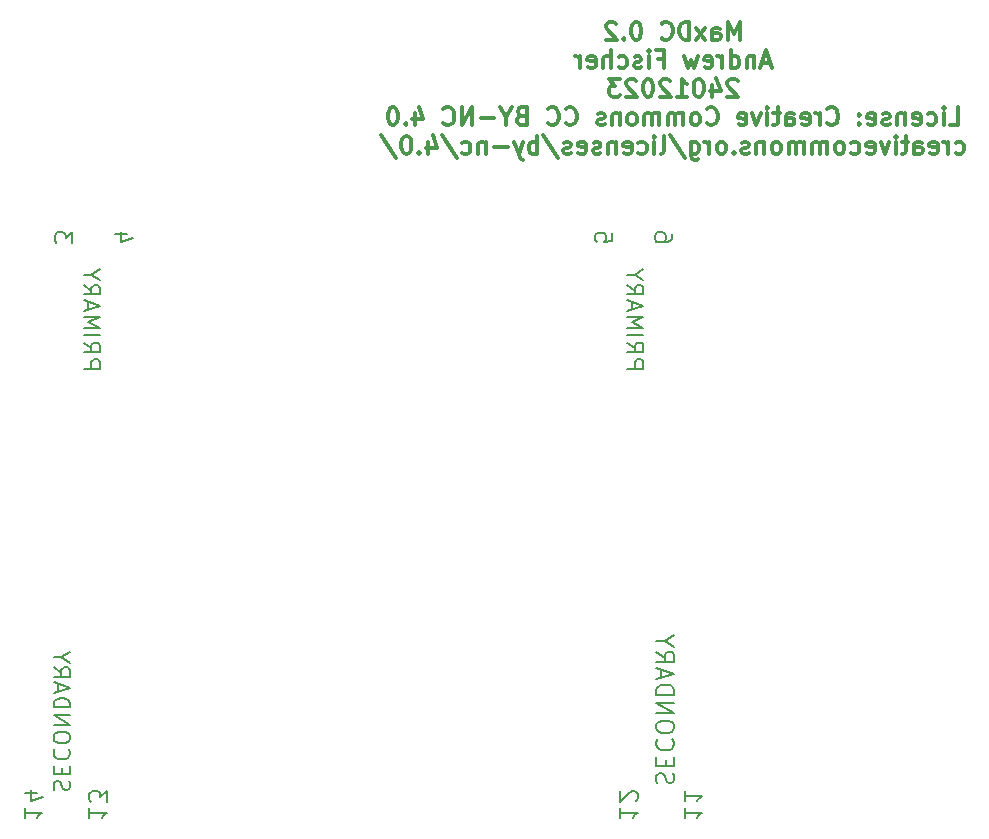
<source format=gbo>
G04 #@! TF.GenerationSoftware,KiCad,Pcbnew,(6.0.10-0)*
G04 #@! TF.CreationDate,2023-01-24T15:26:33+00:00*
G04 #@! TF.ProjectId,MaxDC,4d617844-432e-46b6-9963-61645f706362,rev?*
G04 #@! TF.SameCoordinates,Original*
G04 #@! TF.FileFunction,Legend,Bot*
G04 #@! TF.FilePolarity,Positive*
%FSLAX46Y46*%
G04 Gerber Fmt 4.6, Leading zero omitted, Abs format (unit mm)*
G04 Created by KiCad (PCBNEW (6.0.10-0)) date 2023-01-24 15:26:33*
%MOMM*%
%LPD*%
G01*
G04 APERTURE LIST*
%ADD10C,0.300000*%
%ADD11C,0.200000*%
%ADD12C,2.400000*%
%ADD13R,2.600000X2.600000*%
%ADD14C,2.600000*%
%ADD15R,2.000000X2.000000*%
%ADD16O,2.000000X2.000000*%
%ADD17R,2.500000X2.500000*%
%ADD18C,2.000000*%
%ADD19C,3.200000*%
%ADD20C,5.000000*%
%ADD21C,3.000000*%
%ADD22C,6.400000*%
%ADD23R,3.000000X3.000000*%
G04 APERTURE END LIST*
D10*
X162442857Y-60248571D02*
X162442857Y-58748571D01*
X161942857Y-59820000D01*
X161442857Y-58748571D01*
X161442857Y-60248571D01*
X160085714Y-60248571D02*
X160085714Y-59462857D01*
X160157142Y-59320000D01*
X160300000Y-59248571D01*
X160585714Y-59248571D01*
X160728571Y-59320000D01*
X160085714Y-60177142D02*
X160228571Y-60248571D01*
X160585714Y-60248571D01*
X160728571Y-60177142D01*
X160800000Y-60034285D01*
X160800000Y-59891428D01*
X160728571Y-59748571D01*
X160585714Y-59677142D01*
X160228571Y-59677142D01*
X160085714Y-59605714D01*
X159514285Y-60248571D02*
X158728571Y-59248571D01*
X159514285Y-59248571D02*
X158728571Y-60248571D01*
X158157142Y-60248571D02*
X158157142Y-58748571D01*
X157800000Y-58748571D01*
X157585714Y-58820000D01*
X157442857Y-58962857D01*
X157371428Y-59105714D01*
X157300000Y-59391428D01*
X157300000Y-59605714D01*
X157371428Y-59891428D01*
X157442857Y-60034285D01*
X157585714Y-60177142D01*
X157800000Y-60248571D01*
X158157142Y-60248571D01*
X155800000Y-60105714D02*
X155871428Y-60177142D01*
X156085714Y-60248571D01*
X156228571Y-60248571D01*
X156442857Y-60177142D01*
X156585714Y-60034285D01*
X156657142Y-59891428D01*
X156728571Y-59605714D01*
X156728571Y-59391428D01*
X156657142Y-59105714D01*
X156585714Y-58962857D01*
X156442857Y-58820000D01*
X156228571Y-58748571D01*
X156085714Y-58748571D01*
X155871428Y-58820000D01*
X155800000Y-58891428D01*
X153728571Y-58748571D02*
X153585714Y-58748571D01*
X153442857Y-58820000D01*
X153371428Y-58891428D01*
X153300000Y-59034285D01*
X153228571Y-59320000D01*
X153228571Y-59677142D01*
X153300000Y-59962857D01*
X153371428Y-60105714D01*
X153442857Y-60177142D01*
X153585714Y-60248571D01*
X153728571Y-60248571D01*
X153871428Y-60177142D01*
X153942857Y-60105714D01*
X154014285Y-59962857D01*
X154085714Y-59677142D01*
X154085714Y-59320000D01*
X154014285Y-59034285D01*
X153942857Y-58891428D01*
X153871428Y-58820000D01*
X153728571Y-58748571D01*
X152585714Y-60105714D02*
X152514285Y-60177142D01*
X152585714Y-60248571D01*
X152657142Y-60177142D01*
X152585714Y-60105714D01*
X152585714Y-60248571D01*
X151942857Y-58891428D02*
X151871428Y-58820000D01*
X151728571Y-58748571D01*
X151371428Y-58748571D01*
X151228571Y-58820000D01*
X151157142Y-58891428D01*
X151085714Y-59034285D01*
X151085714Y-59177142D01*
X151157142Y-59391428D01*
X152014285Y-60248571D01*
X151085714Y-60248571D01*
X165014285Y-62235000D02*
X164300000Y-62235000D01*
X165157142Y-62663571D02*
X164657142Y-61163571D01*
X164157142Y-62663571D01*
X163657142Y-61663571D02*
X163657142Y-62663571D01*
X163657142Y-61806428D02*
X163585714Y-61735000D01*
X163442857Y-61663571D01*
X163228571Y-61663571D01*
X163085714Y-61735000D01*
X163014285Y-61877857D01*
X163014285Y-62663571D01*
X161657142Y-62663571D02*
X161657142Y-61163571D01*
X161657142Y-62592142D02*
X161800000Y-62663571D01*
X162085714Y-62663571D01*
X162228571Y-62592142D01*
X162300000Y-62520714D01*
X162371428Y-62377857D01*
X162371428Y-61949285D01*
X162300000Y-61806428D01*
X162228571Y-61735000D01*
X162085714Y-61663571D01*
X161800000Y-61663571D01*
X161657142Y-61735000D01*
X160942857Y-62663571D02*
X160942857Y-61663571D01*
X160942857Y-61949285D02*
X160871428Y-61806428D01*
X160800000Y-61735000D01*
X160657142Y-61663571D01*
X160514285Y-61663571D01*
X159442857Y-62592142D02*
X159585714Y-62663571D01*
X159871428Y-62663571D01*
X160014285Y-62592142D01*
X160085714Y-62449285D01*
X160085714Y-61877857D01*
X160014285Y-61735000D01*
X159871428Y-61663571D01*
X159585714Y-61663571D01*
X159442857Y-61735000D01*
X159371428Y-61877857D01*
X159371428Y-62020714D01*
X160085714Y-62163571D01*
X158871428Y-61663571D02*
X158585714Y-62663571D01*
X158300000Y-61949285D01*
X158014285Y-62663571D01*
X157728571Y-61663571D01*
X155514285Y-61877857D02*
X156014285Y-61877857D01*
X156014285Y-62663571D02*
X156014285Y-61163571D01*
X155300000Y-61163571D01*
X154728571Y-62663571D02*
X154728571Y-61663571D01*
X154728571Y-61163571D02*
X154800000Y-61235000D01*
X154728571Y-61306428D01*
X154657142Y-61235000D01*
X154728571Y-61163571D01*
X154728571Y-61306428D01*
X154085714Y-62592142D02*
X153942857Y-62663571D01*
X153657142Y-62663571D01*
X153514285Y-62592142D01*
X153442857Y-62449285D01*
X153442857Y-62377857D01*
X153514285Y-62235000D01*
X153657142Y-62163571D01*
X153871428Y-62163571D01*
X154014285Y-62092142D01*
X154085714Y-61949285D01*
X154085714Y-61877857D01*
X154014285Y-61735000D01*
X153871428Y-61663571D01*
X153657142Y-61663571D01*
X153514285Y-61735000D01*
X152157142Y-62592142D02*
X152300000Y-62663571D01*
X152585714Y-62663571D01*
X152728571Y-62592142D01*
X152800000Y-62520714D01*
X152871428Y-62377857D01*
X152871428Y-61949285D01*
X152800000Y-61806428D01*
X152728571Y-61735000D01*
X152585714Y-61663571D01*
X152300000Y-61663571D01*
X152157142Y-61735000D01*
X151514285Y-62663571D02*
X151514285Y-61163571D01*
X150871428Y-62663571D02*
X150871428Y-61877857D01*
X150942857Y-61735000D01*
X151085714Y-61663571D01*
X151300000Y-61663571D01*
X151442857Y-61735000D01*
X151514285Y-61806428D01*
X149585714Y-62592142D02*
X149728571Y-62663571D01*
X150014285Y-62663571D01*
X150157142Y-62592142D01*
X150228571Y-62449285D01*
X150228571Y-61877857D01*
X150157142Y-61735000D01*
X150014285Y-61663571D01*
X149728571Y-61663571D01*
X149585714Y-61735000D01*
X149514285Y-61877857D01*
X149514285Y-62020714D01*
X150228571Y-62163571D01*
X148871428Y-62663571D02*
X148871428Y-61663571D01*
X148871428Y-61949285D02*
X148800000Y-61806428D01*
X148728571Y-61735000D01*
X148585714Y-61663571D01*
X148442857Y-61663571D01*
X162228571Y-63721428D02*
X162157142Y-63650000D01*
X162014285Y-63578571D01*
X161657142Y-63578571D01*
X161514285Y-63650000D01*
X161442857Y-63721428D01*
X161371428Y-63864285D01*
X161371428Y-64007142D01*
X161442857Y-64221428D01*
X162300000Y-65078571D01*
X161371428Y-65078571D01*
X160085714Y-64078571D02*
X160085714Y-65078571D01*
X160442857Y-63507142D02*
X160800000Y-64578571D01*
X159871428Y-64578571D01*
X159014285Y-63578571D02*
X158871428Y-63578571D01*
X158728571Y-63650000D01*
X158657142Y-63721428D01*
X158585714Y-63864285D01*
X158514285Y-64150000D01*
X158514285Y-64507142D01*
X158585714Y-64792857D01*
X158657142Y-64935714D01*
X158728571Y-65007142D01*
X158871428Y-65078571D01*
X159014285Y-65078571D01*
X159157142Y-65007142D01*
X159228571Y-64935714D01*
X159300000Y-64792857D01*
X159371428Y-64507142D01*
X159371428Y-64150000D01*
X159300000Y-63864285D01*
X159228571Y-63721428D01*
X159157142Y-63650000D01*
X159014285Y-63578571D01*
X157085714Y-65078571D02*
X157942857Y-65078571D01*
X157514285Y-65078571D02*
X157514285Y-63578571D01*
X157657142Y-63792857D01*
X157800000Y-63935714D01*
X157942857Y-64007142D01*
X156514285Y-63721428D02*
X156442857Y-63650000D01*
X156300000Y-63578571D01*
X155942857Y-63578571D01*
X155800000Y-63650000D01*
X155728571Y-63721428D01*
X155657142Y-63864285D01*
X155657142Y-64007142D01*
X155728571Y-64221428D01*
X156585714Y-65078571D01*
X155657142Y-65078571D01*
X154728571Y-63578571D02*
X154585714Y-63578571D01*
X154442857Y-63650000D01*
X154371428Y-63721428D01*
X154300000Y-63864285D01*
X154228571Y-64150000D01*
X154228571Y-64507142D01*
X154300000Y-64792857D01*
X154371428Y-64935714D01*
X154442857Y-65007142D01*
X154585714Y-65078571D01*
X154728571Y-65078571D01*
X154871428Y-65007142D01*
X154942857Y-64935714D01*
X155014285Y-64792857D01*
X155085714Y-64507142D01*
X155085714Y-64150000D01*
X155014285Y-63864285D01*
X154942857Y-63721428D01*
X154871428Y-63650000D01*
X154728571Y-63578571D01*
X153657142Y-63721428D02*
X153585714Y-63650000D01*
X153442857Y-63578571D01*
X153085714Y-63578571D01*
X152942857Y-63650000D01*
X152871428Y-63721428D01*
X152800000Y-63864285D01*
X152800000Y-64007142D01*
X152871428Y-64221428D01*
X153728571Y-65078571D01*
X152800000Y-65078571D01*
X152300000Y-63578571D02*
X151371428Y-63578571D01*
X151871428Y-64150000D01*
X151657142Y-64150000D01*
X151514285Y-64221428D01*
X151442857Y-64292857D01*
X151371428Y-64435714D01*
X151371428Y-64792857D01*
X151442857Y-64935714D01*
X151514285Y-65007142D01*
X151657142Y-65078571D01*
X152085714Y-65078571D01*
X152228571Y-65007142D01*
X152300000Y-64935714D01*
X180192857Y-67493571D02*
X180907142Y-67493571D01*
X180907142Y-65993571D01*
X179692857Y-67493571D02*
X179692857Y-66493571D01*
X179692857Y-65993571D02*
X179764285Y-66065000D01*
X179692857Y-66136428D01*
X179621428Y-66065000D01*
X179692857Y-65993571D01*
X179692857Y-66136428D01*
X178335714Y-67422142D02*
X178478571Y-67493571D01*
X178764285Y-67493571D01*
X178907142Y-67422142D01*
X178978571Y-67350714D01*
X179050000Y-67207857D01*
X179050000Y-66779285D01*
X178978571Y-66636428D01*
X178907142Y-66565000D01*
X178764285Y-66493571D01*
X178478571Y-66493571D01*
X178335714Y-66565000D01*
X177121428Y-67422142D02*
X177264285Y-67493571D01*
X177550000Y-67493571D01*
X177692857Y-67422142D01*
X177764285Y-67279285D01*
X177764285Y-66707857D01*
X177692857Y-66565000D01*
X177550000Y-66493571D01*
X177264285Y-66493571D01*
X177121428Y-66565000D01*
X177050000Y-66707857D01*
X177050000Y-66850714D01*
X177764285Y-66993571D01*
X176407142Y-66493571D02*
X176407142Y-67493571D01*
X176407142Y-66636428D02*
X176335714Y-66565000D01*
X176192857Y-66493571D01*
X175978571Y-66493571D01*
X175835714Y-66565000D01*
X175764285Y-66707857D01*
X175764285Y-67493571D01*
X175121428Y-67422142D02*
X174978571Y-67493571D01*
X174692857Y-67493571D01*
X174550000Y-67422142D01*
X174478571Y-67279285D01*
X174478571Y-67207857D01*
X174550000Y-67065000D01*
X174692857Y-66993571D01*
X174907142Y-66993571D01*
X175050000Y-66922142D01*
X175121428Y-66779285D01*
X175121428Y-66707857D01*
X175050000Y-66565000D01*
X174907142Y-66493571D01*
X174692857Y-66493571D01*
X174550000Y-66565000D01*
X173264285Y-67422142D02*
X173407142Y-67493571D01*
X173692857Y-67493571D01*
X173835714Y-67422142D01*
X173907142Y-67279285D01*
X173907142Y-66707857D01*
X173835714Y-66565000D01*
X173692857Y-66493571D01*
X173407142Y-66493571D01*
X173264285Y-66565000D01*
X173192857Y-66707857D01*
X173192857Y-66850714D01*
X173907142Y-66993571D01*
X172550000Y-67350714D02*
X172478571Y-67422142D01*
X172550000Y-67493571D01*
X172621428Y-67422142D01*
X172550000Y-67350714D01*
X172550000Y-67493571D01*
X172550000Y-66565000D02*
X172478571Y-66636428D01*
X172550000Y-66707857D01*
X172621428Y-66636428D01*
X172550000Y-66565000D01*
X172550000Y-66707857D01*
X169835714Y-67350714D02*
X169907142Y-67422142D01*
X170121428Y-67493571D01*
X170264285Y-67493571D01*
X170478571Y-67422142D01*
X170621428Y-67279285D01*
X170692857Y-67136428D01*
X170764285Y-66850714D01*
X170764285Y-66636428D01*
X170692857Y-66350714D01*
X170621428Y-66207857D01*
X170478571Y-66065000D01*
X170264285Y-65993571D01*
X170121428Y-65993571D01*
X169907142Y-66065000D01*
X169835714Y-66136428D01*
X169192857Y-67493571D02*
X169192857Y-66493571D01*
X169192857Y-66779285D02*
X169121428Y-66636428D01*
X169050000Y-66565000D01*
X168907142Y-66493571D01*
X168764285Y-66493571D01*
X167692857Y-67422142D02*
X167835714Y-67493571D01*
X168121428Y-67493571D01*
X168264285Y-67422142D01*
X168335714Y-67279285D01*
X168335714Y-66707857D01*
X168264285Y-66565000D01*
X168121428Y-66493571D01*
X167835714Y-66493571D01*
X167692857Y-66565000D01*
X167621428Y-66707857D01*
X167621428Y-66850714D01*
X168335714Y-66993571D01*
X166335714Y-67493571D02*
X166335714Y-66707857D01*
X166407142Y-66565000D01*
X166550000Y-66493571D01*
X166835714Y-66493571D01*
X166978571Y-66565000D01*
X166335714Y-67422142D02*
X166478571Y-67493571D01*
X166835714Y-67493571D01*
X166978571Y-67422142D01*
X167050000Y-67279285D01*
X167050000Y-67136428D01*
X166978571Y-66993571D01*
X166835714Y-66922142D01*
X166478571Y-66922142D01*
X166335714Y-66850714D01*
X165835714Y-66493571D02*
X165264285Y-66493571D01*
X165621428Y-65993571D02*
X165621428Y-67279285D01*
X165550000Y-67422142D01*
X165407142Y-67493571D01*
X165264285Y-67493571D01*
X164764285Y-67493571D02*
X164764285Y-66493571D01*
X164764285Y-65993571D02*
X164835714Y-66065000D01*
X164764285Y-66136428D01*
X164692857Y-66065000D01*
X164764285Y-65993571D01*
X164764285Y-66136428D01*
X164192857Y-66493571D02*
X163835714Y-67493571D01*
X163478571Y-66493571D01*
X162335714Y-67422142D02*
X162478571Y-67493571D01*
X162764285Y-67493571D01*
X162907142Y-67422142D01*
X162978571Y-67279285D01*
X162978571Y-66707857D01*
X162907142Y-66565000D01*
X162764285Y-66493571D01*
X162478571Y-66493571D01*
X162335714Y-66565000D01*
X162264285Y-66707857D01*
X162264285Y-66850714D01*
X162978571Y-66993571D01*
X159621428Y-67350714D02*
X159692857Y-67422142D01*
X159907142Y-67493571D01*
X160050000Y-67493571D01*
X160264285Y-67422142D01*
X160407142Y-67279285D01*
X160478571Y-67136428D01*
X160550000Y-66850714D01*
X160550000Y-66636428D01*
X160478571Y-66350714D01*
X160407142Y-66207857D01*
X160264285Y-66065000D01*
X160050000Y-65993571D01*
X159907142Y-65993571D01*
X159692857Y-66065000D01*
X159621428Y-66136428D01*
X158764285Y-67493571D02*
X158907142Y-67422142D01*
X158978571Y-67350714D01*
X159050000Y-67207857D01*
X159050000Y-66779285D01*
X158978571Y-66636428D01*
X158907142Y-66565000D01*
X158764285Y-66493571D01*
X158550000Y-66493571D01*
X158407142Y-66565000D01*
X158335714Y-66636428D01*
X158264285Y-66779285D01*
X158264285Y-67207857D01*
X158335714Y-67350714D01*
X158407142Y-67422142D01*
X158550000Y-67493571D01*
X158764285Y-67493571D01*
X157621428Y-67493571D02*
X157621428Y-66493571D01*
X157621428Y-66636428D02*
X157550000Y-66565000D01*
X157407142Y-66493571D01*
X157192857Y-66493571D01*
X157050000Y-66565000D01*
X156978571Y-66707857D01*
X156978571Y-67493571D01*
X156978571Y-66707857D02*
X156907142Y-66565000D01*
X156764285Y-66493571D01*
X156550000Y-66493571D01*
X156407142Y-66565000D01*
X156335714Y-66707857D01*
X156335714Y-67493571D01*
X155621428Y-67493571D02*
X155621428Y-66493571D01*
X155621428Y-66636428D02*
X155550000Y-66565000D01*
X155407142Y-66493571D01*
X155192857Y-66493571D01*
X155050000Y-66565000D01*
X154978571Y-66707857D01*
X154978571Y-67493571D01*
X154978571Y-66707857D02*
X154907142Y-66565000D01*
X154764285Y-66493571D01*
X154550000Y-66493571D01*
X154407142Y-66565000D01*
X154335714Y-66707857D01*
X154335714Y-67493571D01*
X153407142Y-67493571D02*
X153550000Y-67422142D01*
X153621428Y-67350714D01*
X153692857Y-67207857D01*
X153692857Y-66779285D01*
X153621428Y-66636428D01*
X153550000Y-66565000D01*
X153407142Y-66493571D01*
X153192857Y-66493571D01*
X153050000Y-66565000D01*
X152978571Y-66636428D01*
X152907142Y-66779285D01*
X152907142Y-67207857D01*
X152978571Y-67350714D01*
X153050000Y-67422142D01*
X153192857Y-67493571D01*
X153407142Y-67493571D01*
X152264285Y-66493571D02*
X152264285Y-67493571D01*
X152264285Y-66636428D02*
X152192857Y-66565000D01*
X152050000Y-66493571D01*
X151835714Y-66493571D01*
X151692857Y-66565000D01*
X151621428Y-66707857D01*
X151621428Y-67493571D01*
X150978571Y-67422142D02*
X150835714Y-67493571D01*
X150550000Y-67493571D01*
X150407142Y-67422142D01*
X150335714Y-67279285D01*
X150335714Y-67207857D01*
X150407142Y-67065000D01*
X150550000Y-66993571D01*
X150764285Y-66993571D01*
X150907142Y-66922142D01*
X150978571Y-66779285D01*
X150978571Y-66707857D01*
X150907142Y-66565000D01*
X150764285Y-66493571D01*
X150550000Y-66493571D01*
X150407142Y-66565000D01*
X147692857Y-67350714D02*
X147764285Y-67422142D01*
X147978571Y-67493571D01*
X148121428Y-67493571D01*
X148335714Y-67422142D01*
X148478571Y-67279285D01*
X148550000Y-67136428D01*
X148621428Y-66850714D01*
X148621428Y-66636428D01*
X148550000Y-66350714D01*
X148478571Y-66207857D01*
X148335714Y-66065000D01*
X148121428Y-65993571D01*
X147978571Y-65993571D01*
X147764285Y-66065000D01*
X147692857Y-66136428D01*
X146192857Y-67350714D02*
X146264285Y-67422142D01*
X146478571Y-67493571D01*
X146621428Y-67493571D01*
X146835714Y-67422142D01*
X146978571Y-67279285D01*
X147050000Y-67136428D01*
X147121428Y-66850714D01*
X147121428Y-66636428D01*
X147050000Y-66350714D01*
X146978571Y-66207857D01*
X146835714Y-66065000D01*
X146621428Y-65993571D01*
X146478571Y-65993571D01*
X146264285Y-66065000D01*
X146192857Y-66136428D01*
X143907142Y-66707857D02*
X143692857Y-66779285D01*
X143621428Y-66850714D01*
X143550000Y-66993571D01*
X143550000Y-67207857D01*
X143621428Y-67350714D01*
X143692857Y-67422142D01*
X143835714Y-67493571D01*
X144407142Y-67493571D01*
X144407142Y-65993571D01*
X143907142Y-65993571D01*
X143764285Y-66065000D01*
X143692857Y-66136428D01*
X143621428Y-66279285D01*
X143621428Y-66422142D01*
X143692857Y-66565000D01*
X143764285Y-66636428D01*
X143907142Y-66707857D01*
X144407142Y-66707857D01*
X142621428Y-66779285D02*
X142621428Y-67493571D01*
X143121428Y-65993571D02*
X142621428Y-66779285D01*
X142121428Y-65993571D01*
X141621428Y-66922142D02*
X140478571Y-66922142D01*
X139764285Y-67493571D02*
X139764285Y-65993571D01*
X138907142Y-67493571D01*
X138907142Y-65993571D01*
X137335714Y-67350714D02*
X137407142Y-67422142D01*
X137621428Y-67493571D01*
X137764285Y-67493571D01*
X137978571Y-67422142D01*
X138121428Y-67279285D01*
X138192857Y-67136428D01*
X138264285Y-66850714D01*
X138264285Y-66636428D01*
X138192857Y-66350714D01*
X138121428Y-66207857D01*
X137978571Y-66065000D01*
X137764285Y-65993571D01*
X137621428Y-65993571D01*
X137407142Y-66065000D01*
X137335714Y-66136428D01*
X134907142Y-66493571D02*
X134907142Y-67493571D01*
X135264285Y-65922142D02*
X135621428Y-66993571D01*
X134692857Y-66993571D01*
X134121428Y-67350714D02*
X134050000Y-67422142D01*
X134121428Y-67493571D01*
X134192857Y-67422142D01*
X134121428Y-67350714D01*
X134121428Y-67493571D01*
X133121428Y-65993571D02*
X132978571Y-65993571D01*
X132835714Y-66065000D01*
X132764285Y-66136428D01*
X132692857Y-66279285D01*
X132621428Y-66565000D01*
X132621428Y-66922142D01*
X132692857Y-67207857D01*
X132764285Y-67350714D01*
X132835714Y-67422142D01*
X132978571Y-67493571D01*
X133121428Y-67493571D01*
X133264285Y-67422142D01*
X133335714Y-67350714D01*
X133407142Y-67207857D01*
X133478571Y-66922142D01*
X133478571Y-66565000D01*
X133407142Y-66279285D01*
X133335714Y-66136428D01*
X133264285Y-66065000D01*
X133121428Y-65993571D01*
X180692857Y-69837142D02*
X180835714Y-69908571D01*
X181121428Y-69908571D01*
X181264285Y-69837142D01*
X181335714Y-69765714D01*
X181407142Y-69622857D01*
X181407142Y-69194285D01*
X181335714Y-69051428D01*
X181264285Y-68980000D01*
X181121428Y-68908571D01*
X180835714Y-68908571D01*
X180692857Y-68980000D01*
X180050000Y-69908571D02*
X180050000Y-68908571D01*
X180050000Y-69194285D02*
X179978571Y-69051428D01*
X179907142Y-68980000D01*
X179764285Y-68908571D01*
X179621428Y-68908571D01*
X178550000Y-69837142D02*
X178692857Y-69908571D01*
X178978571Y-69908571D01*
X179121428Y-69837142D01*
X179192857Y-69694285D01*
X179192857Y-69122857D01*
X179121428Y-68980000D01*
X178978571Y-68908571D01*
X178692857Y-68908571D01*
X178550000Y-68980000D01*
X178478571Y-69122857D01*
X178478571Y-69265714D01*
X179192857Y-69408571D01*
X177192857Y-69908571D02*
X177192857Y-69122857D01*
X177264285Y-68980000D01*
X177407142Y-68908571D01*
X177692857Y-68908571D01*
X177835714Y-68980000D01*
X177192857Y-69837142D02*
X177335714Y-69908571D01*
X177692857Y-69908571D01*
X177835714Y-69837142D01*
X177907142Y-69694285D01*
X177907142Y-69551428D01*
X177835714Y-69408571D01*
X177692857Y-69337142D01*
X177335714Y-69337142D01*
X177192857Y-69265714D01*
X176692857Y-68908571D02*
X176121428Y-68908571D01*
X176478571Y-68408571D02*
X176478571Y-69694285D01*
X176407142Y-69837142D01*
X176264285Y-69908571D01*
X176121428Y-69908571D01*
X175621428Y-69908571D02*
X175621428Y-68908571D01*
X175621428Y-68408571D02*
X175692857Y-68480000D01*
X175621428Y-68551428D01*
X175550000Y-68480000D01*
X175621428Y-68408571D01*
X175621428Y-68551428D01*
X175050000Y-68908571D02*
X174692857Y-69908571D01*
X174335714Y-68908571D01*
X173192857Y-69837142D02*
X173335714Y-69908571D01*
X173621428Y-69908571D01*
X173764285Y-69837142D01*
X173835714Y-69694285D01*
X173835714Y-69122857D01*
X173764285Y-68980000D01*
X173621428Y-68908571D01*
X173335714Y-68908571D01*
X173192857Y-68980000D01*
X173121428Y-69122857D01*
X173121428Y-69265714D01*
X173835714Y-69408571D01*
X171835714Y-69837142D02*
X171978571Y-69908571D01*
X172264285Y-69908571D01*
X172407142Y-69837142D01*
X172478571Y-69765714D01*
X172550000Y-69622857D01*
X172550000Y-69194285D01*
X172478571Y-69051428D01*
X172407142Y-68980000D01*
X172264285Y-68908571D01*
X171978571Y-68908571D01*
X171835714Y-68980000D01*
X170978571Y-69908571D02*
X171121428Y-69837142D01*
X171192857Y-69765714D01*
X171264285Y-69622857D01*
X171264285Y-69194285D01*
X171192857Y-69051428D01*
X171121428Y-68980000D01*
X170978571Y-68908571D01*
X170764285Y-68908571D01*
X170621428Y-68980000D01*
X170550000Y-69051428D01*
X170478571Y-69194285D01*
X170478571Y-69622857D01*
X170550000Y-69765714D01*
X170621428Y-69837142D01*
X170764285Y-69908571D01*
X170978571Y-69908571D01*
X169835714Y-69908571D02*
X169835714Y-68908571D01*
X169835714Y-69051428D02*
X169764285Y-68980000D01*
X169621428Y-68908571D01*
X169407142Y-68908571D01*
X169264285Y-68980000D01*
X169192857Y-69122857D01*
X169192857Y-69908571D01*
X169192857Y-69122857D02*
X169121428Y-68980000D01*
X168978571Y-68908571D01*
X168764285Y-68908571D01*
X168621428Y-68980000D01*
X168550000Y-69122857D01*
X168550000Y-69908571D01*
X167835714Y-69908571D02*
X167835714Y-68908571D01*
X167835714Y-69051428D02*
X167764285Y-68980000D01*
X167621428Y-68908571D01*
X167407142Y-68908571D01*
X167264285Y-68980000D01*
X167192857Y-69122857D01*
X167192857Y-69908571D01*
X167192857Y-69122857D02*
X167121428Y-68980000D01*
X166978571Y-68908571D01*
X166764285Y-68908571D01*
X166621428Y-68980000D01*
X166550000Y-69122857D01*
X166550000Y-69908571D01*
X165621428Y-69908571D02*
X165764285Y-69837142D01*
X165835714Y-69765714D01*
X165907142Y-69622857D01*
X165907142Y-69194285D01*
X165835714Y-69051428D01*
X165764285Y-68980000D01*
X165621428Y-68908571D01*
X165407142Y-68908571D01*
X165264285Y-68980000D01*
X165192857Y-69051428D01*
X165121428Y-69194285D01*
X165121428Y-69622857D01*
X165192857Y-69765714D01*
X165264285Y-69837142D01*
X165407142Y-69908571D01*
X165621428Y-69908571D01*
X164478571Y-68908571D02*
X164478571Y-69908571D01*
X164478571Y-69051428D02*
X164407142Y-68980000D01*
X164264285Y-68908571D01*
X164050000Y-68908571D01*
X163907142Y-68980000D01*
X163835714Y-69122857D01*
X163835714Y-69908571D01*
X163192857Y-69837142D02*
X163050000Y-69908571D01*
X162764285Y-69908571D01*
X162621428Y-69837142D01*
X162550000Y-69694285D01*
X162550000Y-69622857D01*
X162621428Y-69480000D01*
X162764285Y-69408571D01*
X162978571Y-69408571D01*
X163121428Y-69337142D01*
X163192857Y-69194285D01*
X163192857Y-69122857D01*
X163121428Y-68980000D01*
X162978571Y-68908571D01*
X162764285Y-68908571D01*
X162621428Y-68980000D01*
X161907142Y-69765714D02*
X161835714Y-69837142D01*
X161907142Y-69908571D01*
X161978571Y-69837142D01*
X161907142Y-69765714D01*
X161907142Y-69908571D01*
X160978571Y-69908571D02*
X161121428Y-69837142D01*
X161192857Y-69765714D01*
X161264285Y-69622857D01*
X161264285Y-69194285D01*
X161192857Y-69051428D01*
X161121428Y-68980000D01*
X160978571Y-68908571D01*
X160764285Y-68908571D01*
X160621428Y-68980000D01*
X160550000Y-69051428D01*
X160478571Y-69194285D01*
X160478571Y-69622857D01*
X160550000Y-69765714D01*
X160621428Y-69837142D01*
X160764285Y-69908571D01*
X160978571Y-69908571D01*
X159835714Y-69908571D02*
X159835714Y-68908571D01*
X159835714Y-69194285D02*
X159764285Y-69051428D01*
X159692857Y-68980000D01*
X159550000Y-68908571D01*
X159407142Y-68908571D01*
X158264285Y-68908571D02*
X158264285Y-70122857D01*
X158335714Y-70265714D01*
X158407142Y-70337142D01*
X158550000Y-70408571D01*
X158764285Y-70408571D01*
X158907142Y-70337142D01*
X158264285Y-69837142D02*
X158407142Y-69908571D01*
X158692857Y-69908571D01*
X158835714Y-69837142D01*
X158907142Y-69765714D01*
X158978571Y-69622857D01*
X158978571Y-69194285D01*
X158907142Y-69051428D01*
X158835714Y-68980000D01*
X158692857Y-68908571D01*
X158407142Y-68908571D01*
X158264285Y-68980000D01*
X156478571Y-68337142D02*
X157764285Y-70265714D01*
X155764285Y-69908571D02*
X155907142Y-69837142D01*
X155978571Y-69694285D01*
X155978571Y-68408571D01*
X155192857Y-69908571D02*
X155192857Y-68908571D01*
X155192857Y-68408571D02*
X155264285Y-68480000D01*
X155192857Y-68551428D01*
X155121428Y-68480000D01*
X155192857Y-68408571D01*
X155192857Y-68551428D01*
X153835714Y-69837142D02*
X153978571Y-69908571D01*
X154264285Y-69908571D01*
X154407142Y-69837142D01*
X154478571Y-69765714D01*
X154550000Y-69622857D01*
X154550000Y-69194285D01*
X154478571Y-69051428D01*
X154407142Y-68980000D01*
X154264285Y-68908571D01*
X153978571Y-68908571D01*
X153835714Y-68980000D01*
X152621428Y-69837142D02*
X152764285Y-69908571D01*
X153050000Y-69908571D01*
X153192857Y-69837142D01*
X153264285Y-69694285D01*
X153264285Y-69122857D01*
X153192857Y-68980000D01*
X153050000Y-68908571D01*
X152764285Y-68908571D01*
X152621428Y-68980000D01*
X152550000Y-69122857D01*
X152550000Y-69265714D01*
X153264285Y-69408571D01*
X151907142Y-68908571D02*
X151907142Y-69908571D01*
X151907142Y-69051428D02*
X151835714Y-68980000D01*
X151692857Y-68908571D01*
X151478571Y-68908571D01*
X151335714Y-68980000D01*
X151264285Y-69122857D01*
X151264285Y-69908571D01*
X150621428Y-69837142D02*
X150478571Y-69908571D01*
X150192857Y-69908571D01*
X150050000Y-69837142D01*
X149978571Y-69694285D01*
X149978571Y-69622857D01*
X150050000Y-69480000D01*
X150192857Y-69408571D01*
X150407142Y-69408571D01*
X150550000Y-69337142D01*
X150621428Y-69194285D01*
X150621428Y-69122857D01*
X150550000Y-68980000D01*
X150407142Y-68908571D01*
X150192857Y-68908571D01*
X150050000Y-68980000D01*
X148764285Y-69837142D02*
X148907142Y-69908571D01*
X149192857Y-69908571D01*
X149335714Y-69837142D01*
X149407142Y-69694285D01*
X149407142Y-69122857D01*
X149335714Y-68980000D01*
X149192857Y-68908571D01*
X148907142Y-68908571D01*
X148764285Y-68980000D01*
X148692857Y-69122857D01*
X148692857Y-69265714D01*
X149407142Y-69408571D01*
X148121428Y-69837142D02*
X147978571Y-69908571D01*
X147692857Y-69908571D01*
X147550000Y-69837142D01*
X147478571Y-69694285D01*
X147478571Y-69622857D01*
X147550000Y-69480000D01*
X147692857Y-69408571D01*
X147907142Y-69408571D01*
X148050000Y-69337142D01*
X148121428Y-69194285D01*
X148121428Y-69122857D01*
X148050000Y-68980000D01*
X147907142Y-68908571D01*
X147692857Y-68908571D01*
X147550000Y-68980000D01*
X145764285Y-68337142D02*
X147050000Y-70265714D01*
X145264285Y-69908571D02*
X145264285Y-68408571D01*
X145264285Y-68980000D02*
X145121428Y-68908571D01*
X144835714Y-68908571D01*
X144692857Y-68980000D01*
X144621428Y-69051428D01*
X144550000Y-69194285D01*
X144550000Y-69622857D01*
X144621428Y-69765714D01*
X144692857Y-69837142D01*
X144835714Y-69908571D01*
X145121428Y-69908571D01*
X145264285Y-69837142D01*
X144050000Y-68908571D02*
X143692857Y-69908571D01*
X143335714Y-68908571D02*
X143692857Y-69908571D01*
X143835714Y-70265714D01*
X143907142Y-70337142D01*
X144050000Y-70408571D01*
X142764285Y-69337142D02*
X141621428Y-69337142D01*
X140907142Y-68908571D02*
X140907142Y-69908571D01*
X140907142Y-69051428D02*
X140835714Y-68980000D01*
X140692857Y-68908571D01*
X140478571Y-68908571D01*
X140335714Y-68980000D01*
X140264285Y-69122857D01*
X140264285Y-69908571D01*
X138907142Y-69837142D02*
X139050000Y-69908571D01*
X139335714Y-69908571D01*
X139478571Y-69837142D01*
X139550000Y-69765714D01*
X139621428Y-69622857D01*
X139621428Y-69194285D01*
X139550000Y-69051428D01*
X139478571Y-68980000D01*
X139335714Y-68908571D01*
X139050000Y-68908571D01*
X138907142Y-68980000D01*
X137192857Y-68337142D02*
X138478571Y-70265714D01*
X136050000Y-68908571D02*
X136050000Y-69908571D01*
X136407142Y-68337142D02*
X136764285Y-69408571D01*
X135835714Y-69408571D01*
X135264285Y-69765714D02*
X135192857Y-69837142D01*
X135264285Y-69908571D01*
X135335714Y-69837142D01*
X135264285Y-69765714D01*
X135264285Y-69908571D01*
X134264285Y-68408571D02*
X134121428Y-68408571D01*
X133978571Y-68480000D01*
X133907142Y-68551428D01*
X133835714Y-68694285D01*
X133764285Y-68980000D01*
X133764285Y-69337142D01*
X133835714Y-69622857D01*
X133907142Y-69765714D01*
X133978571Y-69837142D01*
X134121428Y-69908571D01*
X134264285Y-69908571D01*
X134407142Y-69837142D01*
X134478571Y-69765714D01*
X134550000Y-69622857D01*
X134621428Y-69337142D01*
X134621428Y-68980000D01*
X134550000Y-68694285D01*
X134478571Y-68551428D01*
X134407142Y-68480000D01*
X134264285Y-68408571D01*
X132050000Y-68337142D02*
X133335714Y-70265714D01*
D11*
X106866666Y-88100000D02*
X108266666Y-88100000D01*
X108266666Y-87566666D01*
X108200000Y-87433333D01*
X108133333Y-87366666D01*
X108000000Y-87300000D01*
X107800000Y-87300000D01*
X107666666Y-87366666D01*
X107600000Y-87433333D01*
X107533333Y-87566666D01*
X107533333Y-88100000D01*
X106866666Y-85900000D02*
X107533333Y-86366666D01*
X106866666Y-86700000D02*
X108266666Y-86700000D01*
X108266666Y-86166666D01*
X108200000Y-86033333D01*
X108133333Y-85966666D01*
X108000000Y-85900000D01*
X107800000Y-85900000D01*
X107666666Y-85966666D01*
X107600000Y-86033333D01*
X107533333Y-86166666D01*
X107533333Y-86700000D01*
X106866666Y-85300000D02*
X108266666Y-85300000D01*
X106866666Y-84633333D02*
X108266666Y-84633333D01*
X107266666Y-84166666D01*
X108266666Y-83700000D01*
X106866666Y-83700000D01*
X107266666Y-83100000D02*
X107266666Y-82433333D01*
X106866666Y-83233333D02*
X108266666Y-82766666D01*
X106866666Y-82300000D01*
X106866666Y-81033333D02*
X107533333Y-81500000D01*
X106866666Y-81833333D02*
X108266666Y-81833333D01*
X108266666Y-81300000D01*
X108200000Y-81166666D01*
X108133333Y-81100000D01*
X108000000Y-81033333D01*
X107800000Y-81033333D01*
X107666666Y-81100000D01*
X107600000Y-81166666D01*
X107533333Y-81300000D01*
X107533333Y-81833333D01*
X107533333Y-80166666D02*
X106866666Y-80166666D01*
X108266666Y-80633333D02*
X107533333Y-80166666D01*
X108266666Y-79700000D01*
X152281428Y-125285714D02*
X152281428Y-126142857D01*
X152281428Y-125714285D02*
X153781428Y-125714285D01*
X153567142Y-125857142D01*
X153424285Y-126000000D01*
X153352857Y-126142857D01*
X153638571Y-124714285D02*
X153710000Y-124642857D01*
X153781428Y-124500000D01*
X153781428Y-124142857D01*
X153710000Y-124000000D01*
X153638571Y-123928571D01*
X153495714Y-123857142D01*
X153352857Y-123857142D01*
X153138571Y-123928571D01*
X152281428Y-124785714D01*
X152281428Y-123857142D01*
X104393333Y-123800000D02*
X104326666Y-123600000D01*
X104326666Y-123266666D01*
X104393333Y-123133333D01*
X104460000Y-123066666D01*
X104593333Y-123000000D01*
X104726666Y-123000000D01*
X104860000Y-123066666D01*
X104926666Y-123133333D01*
X104993333Y-123266666D01*
X105060000Y-123533333D01*
X105126666Y-123666666D01*
X105193333Y-123733333D01*
X105326666Y-123800000D01*
X105460000Y-123800000D01*
X105593333Y-123733333D01*
X105660000Y-123666666D01*
X105726666Y-123533333D01*
X105726666Y-123200000D01*
X105660000Y-123000000D01*
X105060000Y-122400000D02*
X105060000Y-121933333D01*
X104326666Y-121733333D02*
X104326666Y-122400000D01*
X105726666Y-122400000D01*
X105726666Y-121733333D01*
X104460000Y-120333333D02*
X104393333Y-120400000D01*
X104326666Y-120600000D01*
X104326666Y-120733333D01*
X104393333Y-120933333D01*
X104526666Y-121066666D01*
X104660000Y-121133333D01*
X104926666Y-121200000D01*
X105126666Y-121200000D01*
X105393333Y-121133333D01*
X105526666Y-121066666D01*
X105660000Y-120933333D01*
X105726666Y-120733333D01*
X105726666Y-120600000D01*
X105660000Y-120400000D01*
X105593333Y-120333333D01*
X105726666Y-119466666D02*
X105726666Y-119200000D01*
X105660000Y-119066666D01*
X105526666Y-118933333D01*
X105260000Y-118866666D01*
X104793333Y-118866666D01*
X104526666Y-118933333D01*
X104393333Y-119066666D01*
X104326666Y-119200000D01*
X104326666Y-119466666D01*
X104393333Y-119600000D01*
X104526666Y-119733333D01*
X104793333Y-119800000D01*
X105260000Y-119800000D01*
X105526666Y-119733333D01*
X105660000Y-119600000D01*
X105726666Y-119466666D01*
X104326666Y-118266666D02*
X105726666Y-118266666D01*
X104326666Y-117466666D01*
X105726666Y-117466666D01*
X104326666Y-116800000D02*
X105726666Y-116800000D01*
X105726666Y-116466666D01*
X105660000Y-116266666D01*
X105526666Y-116133333D01*
X105393333Y-116066666D01*
X105126666Y-116000000D01*
X104926666Y-116000000D01*
X104660000Y-116066666D01*
X104526666Y-116133333D01*
X104393333Y-116266666D01*
X104326666Y-116466666D01*
X104326666Y-116800000D01*
X104726666Y-115466666D02*
X104726666Y-114800000D01*
X104326666Y-115600000D02*
X105726666Y-115133333D01*
X104326666Y-114666666D01*
X104326666Y-113400000D02*
X104993333Y-113866666D01*
X104326666Y-114200000D02*
X105726666Y-114200000D01*
X105726666Y-113666666D01*
X105660000Y-113533333D01*
X105593333Y-113466666D01*
X105460000Y-113400000D01*
X105260000Y-113400000D01*
X105126666Y-113466666D01*
X105060000Y-113533333D01*
X104993333Y-113666666D01*
X104993333Y-114200000D01*
X104993333Y-112533333D02*
X104326666Y-112533333D01*
X105726666Y-113000000D02*
X104993333Y-112533333D01*
X105726666Y-112066666D01*
X110501428Y-76714285D02*
X109501428Y-76714285D01*
X111072857Y-77071428D02*
X110001428Y-77428571D01*
X110001428Y-76500000D01*
X157761428Y-125285714D02*
X157761428Y-126142857D01*
X157761428Y-125714285D02*
X159261428Y-125714285D01*
X159047142Y-125857142D01*
X158904285Y-126000000D01*
X158832857Y-126142857D01*
X157761428Y-123857142D02*
X157761428Y-124714285D01*
X157761428Y-124285714D02*
X159261428Y-124285714D01*
X159047142Y-124428571D01*
X158904285Y-124571428D01*
X158832857Y-124714285D01*
X155432857Y-123214285D02*
X155361428Y-123000000D01*
X155361428Y-122642857D01*
X155432857Y-122500000D01*
X155504285Y-122428571D01*
X155647142Y-122357142D01*
X155790000Y-122357142D01*
X155932857Y-122428571D01*
X156004285Y-122500000D01*
X156075714Y-122642857D01*
X156147142Y-122928571D01*
X156218571Y-123071428D01*
X156290000Y-123142857D01*
X156432857Y-123214285D01*
X156575714Y-123214285D01*
X156718571Y-123142857D01*
X156790000Y-123071428D01*
X156861428Y-122928571D01*
X156861428Y-122571428D01*
X156790000Y-122357142D01*
X156147142Y-121714285D02*
X156147142Y-121214285D01*
X155361428Y-121000000D02*
X155361428Y-121714285D01*
X156861428Y-121714285D01*
X156861428Y-121000000D01*
X155504285Y-119500000D02*
X155432857Y-119571428D01*
X155361428Y-119785714D01*
X155361428Y-119928571D01*
X155432857Y-120142857D01*
X155575714Y-120285714D01*
X155718571Y-120357142D01*
X156004285Y-120428571D01*
X156218571Y-120428571D01*
X156504285Y-120357142D01*
X156647142Y-120285714D01*
X156790000Y-120142857D01*
X156861428Y-119928571D01*
X156861428Y-119785714D01*
X156790000Y-119571428D01*
X156718571Y-119500000D01*
X156861428Y-118571428D02*
X156861428Y-118285714D01*
X156790000Y-118142857D01*
X156647142Y-118000000D01*
X156361428Y-117928571D01*
X155861428Y-117928571D01*
X155575714Y-118000000D01*
X155432857Y-118142857D01*
X155361428Y-118285714D01*
X155361428Y-118571428D01*
X155432857Y-118714285D01*
X155575714Y-118857142D01*
X155861428Y-118928571D01*
X156361428Y-118928571D01*
X156647142Y-118857142D01*
X156790000Y-118714285D01*
X156861428Y-118571428D01*
X155361428Y-117285714D02*
X156861428Y-117285714D01*
X155361428Y-116428571D01*
X156861428Y-116428571D01*
X155361428Y-115714285D02*
X156861428Y-115714285D01*
X156861428Y-115357142D01*
X156790000Y-115142857D01*
X156647142Y-115000000D01*
X156504285Y-114928571D01*
X156218571Y-114857142D01*
X156004285Y-114857142D01*
X155718571Y-114928571D01*
X155575714Y-115000000D01*
X155432857Y-115142857D01*
X155361428Y-115357142D01*
X155361428Y-115714285D01*
X155790000Y-114285714D02*
X155790000Y-113571428D01*
X155361428Y-114428571D02*
X156861428Y-113928571D01*
X155361428Y-113428571D01*
X155361428Y-112071428D02*
X156075714Y-112571428D01*
X155361428Y-112928571D02*
X156861428Y-112928571D01*
X156861428Y-112357142D01*
X156790000Y-112214285D01*
X156718571Y-112142857D01*
X156575714Y-112071428D01*
X156361428Y-112071428D01*
X156218571Y-112142857D01*
X156147142Y-112214285D01*
X156075714Y-112357142D01*
X156075714Y-112928571D01*
X156075714Y-111142857D02*
X155361428Y-111142857D01*
X156861428Y-111642857D02*
X156075714Y-111142857D01*
X156861428Y-110642857D01*
X152866666Y-88100000D02*
X154266666Y-88100000D01*
X154266666Y-87566666D01*
X154200000Y-87433333D01*
X154133333Y-87366666D01*
X154000000Y-87300000D01*
X153800000Y-87300000D01*
X153666666Y-87366666D01*
X153600000Y-87433333D01*
X153533333Y-87566666D01*
X153533333Y-88100000D01*
X152866666Y-85900000D02*
X153533333Y-86366666D01*
X152866666Y-86700000D02*
X154266666Y-86700000D01*
X154266666Y-86166666D01*
X154200000Y-86033333D01*
X154133333Y-85966666D01*
X154000000Y-85900000D01*
X153800000Y-85900000D01*
X153666666Y-85966666D01*
X153600000Y-86033333D01*
X153533333Y-86166666D01*
X153533333Y-86700000D01*
X152866666Y-85300000D02*
X154266666Y-85300000D01*
X152866666Y-84633333D02*
X154266666Y-84633333D01*
X153266666Y-84166666D01*
X154266666Y-83700000D01*
X152866666Y-83700000D01*
X153266666Y-83100000D02*
X153266666Y-82433333D01*
X152866666Y-83233333D02*
X154266666Y-82766666D01*
X152866666Y-82300000D01*
X152866666Y-81033333D02*
X153533333Y-81500000D01*
X152866666Y-81833333D02*
X154266666Y-81833333D01*
X154266666Y-81300000D01*
X154200000Y-81166666D01*
X154133333Y-81100000D01*
X154000000Y-81033333D01*
X153800000Y-81033333D01*
X153666666Y-81100000D01*
X153600000Y-81166666D01*
X153533333Y-81300000D01*
X153533333Y-81833333D01*
X153533333Y-80166666D02*
X152866666Y-80166666D01*
X154266666Y-80633333D02*
X153533333Y-80166666D01*
X154266666Y-79700000D01*
X107361428Y-125285714D02*
X107361428Y-126142857D01*
X107361428Y-125714285D02*
X108861428Y-125714285D01*
X108647142Y-125857142D01*
X108504285Y-126000000D01*
X108432857Y-126142857D01*
X108861428Y-124785714D02*
X108861428Y-123857142D01*
X108290000Y-124357142D01*
X108290000Y-124142857D01*
X108218571Y-124000000D01*
X108147142Y-123928571D01*
X108004285Y-123857142D01*
X107647142Y-123857142D01*
X107504285Y-123928571D01*
X107432857Y-124000000D01*
X107361428Y-124142857D01*
X107361428Y-124571428D01*
X107432857Y-124714285D01*
X107504285Y-124785714D01*
X151586666Y-76666666D02*
X151586666Y-77333333D01*
X150920000Y-77400000D01*
X150986666Y-77333333D01*
X151053333Y-77200000D01*
X151053333Y-76866666D01*
X150986666Y-76733333D01*
X150920000Y-76666666D01*
X150786666Y-76600000D01*
X150453333Y-76600000D01*
X150320000Y-76666666D01*
X150253333Y-76733333D01*
X150186666Y-76866666D01*
X150186666Y-77200000D01*
X150253333Y-77333333D01*
X150320000Y-77400000D01*
X101881428Y-125285714D02*
X101881428Y-126142857D01*
X101881428Y-125714285D02*
X103381428Y-125714285D01*
X103167142Y-125857142D01*
X103024285Y-126000000D01*
X102952857Y-126142857D01*
X102881428Y-124000000D02*
X101881428Y-124000000D01*
X103452857Y-124357142D02*
X102381428Y-124714285D01*
X102381428Y-123785714D01*
X156721428Y-76714285D02*
X156721428Y-77000000D01*
X156650000Y-77142857D01*
X156578571Y-77214285D01*
X156364285Y-77357142D01*
X156078571Y-77428571D01*
X155507142Y-77428571D01*
X155364285Y-77357142D01*
X155292857Y-77285714D01*
X155221428Y-77142857D01*
X155221428Y-76857142D01*
X155292857Y-76714285D01*
X155364285Y-76642857D01*
X155507142Y-76571428D01*
X155864285Y-76571428D01*
X156007142Y-76642857D01*
X156078571Y-76714285D01*
X156150000Y-76857142D01*
X156150000Y-77142857D01*
X156078571Y-77285714D01*
X156007142Y-77357142D01*
X155864285Y-77428571D01*
X105921428Y-77500000D02*
X105921428Y-76571428D01*
X105350000Y-77071428D01*
X105350000Y-76857142D01*
X105278571Y-76714285D01*
X105207142Y-76642857D01*
X105064285Y-76571428D01*
X104707142Y-76571428D01*
X104564285Y-76642857D01*
X104492857Y-76714285D01*
X104421428Y-76857142D01*
X104421428Y-77285714D01*
X104492857Y-77428571D01*
X104564285Y-77500000D01*
%LPC*%
D12*
X169000000Y-73000000D03*
X184000000Y-73000000D03*
X115000000Y-60000000D03*
X130000000Y-60000000D03*
D13*
X184000000Y-56000000D03*
D14*
X178920000Y-56000000D03*
X173840000Y-56000000D03*
D15*
X169545000Y-109975000D03*
D16*
X164465000Y-109975000D03*
X164465000Y-115055000D03*
X169545000Y-115055000D03*
D17*
X170500000Y-130000000D03*
D15*
X117500000Y-143000000D03*
D16*
X117500000Y-137920000D03*
X112420000Y-137920000D03*
X112420000Y-143000000D03*
D15*
X155000000Y-143000000D03*
D18*
X155000000Y-138000000D03*
D19*
X195000000Y-95000000D03*
D15*
X178000000Y-130000000D03*
D18*
X183000000Y-130000000D03*
D15*
X178000000Y-117500000D03*
D18*
X183000000Y-117500000D03*
D19*
X195000000Y-145000000D03*
D20*
X130500000Y-101000000D03*
D21*
X105100000Y-73060000D03*
X110180000Y-73060000D03*
X150820000Y-73060000D03*
X155900000Y-73060000D03*
X158440000Y-128940000D03*
X152960000Y-128940000D03*
X108040000Y-128940000D03*
X102560000Y-128940000D03*
D19*
X105000000Y-105000000D03*
X105000000Y-95000000D03*
D17*
X193000000Y-117500000D03*
D22*
X105000000Y-55000000D03*
D23*
X169500000Y-122000000D03*
D19*
X195000000Y-105000000D03*
D13*
X167380000Y-144805000D03*
D14*
X172460000Y-144805000D03*
X177540000Y-144805000D03*
X182620000Y-144805000D03*
D19*
X105000000Y-145000000D03*
D23*
X165000000Y-100000000D03*
D15*
X131000000Y-143000000D03*
D18*
X131000000Y-138000000D03*
D22*
X195000000Y-55000000D03*
D15*
X143000000Y-143000000D03*
D18*
X143000000Y-138000000D03*
D15*
X178000000Y-105000000D03*
D18*
X183000000Y-105000000D03*
M02*

</source>
